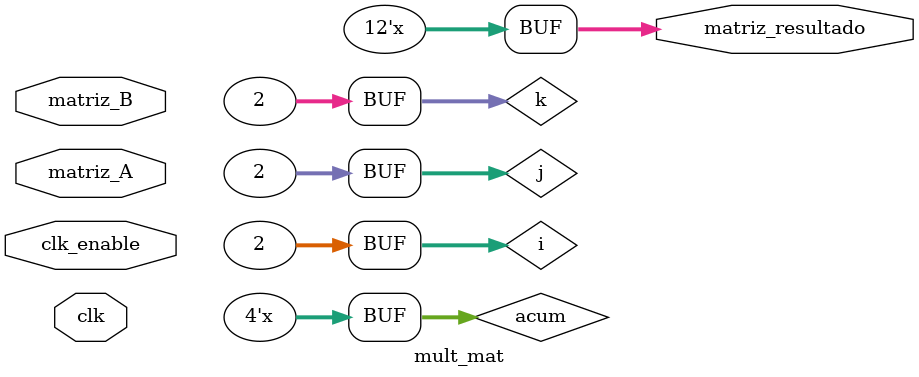
<source format=v>
`timescale 1ns / 1ps
module mult_mat
#(	parameter Bit=3,
	parameter N=2,
	parameter M=2,
	parameter P=2
	
)
(
    input clk_enable,
    input clk,
    input [Bit*N*M-1:0] matriz_A,
    input [Bit*M*P-1:0] matriz_B,
    output reg [Bit*N*P-1:0] matriz_resultado
 );
	 
	reg [Bit:0]acum;
	integer i,j,k;
	reg [Bit*N*M-1:0] mat_A = 0;
	reg [Bit*M*P-1:0] mat_B = 0;
	
	always @(posedge clk)
	begin
		if(clk_enable)
		begin
			mat_A <= matriz_A ;
			mat_B <= matriz_B ;
		end
	end
	
	
	always @(*)
	begin	
		for(i=0;i<N;i=i+1)
		begin
			for (j=0;j<P;j=j+1)
			begin
				acum <= 0;
				for (k=0;k<M;k=k+1)
				begin
						acum <= acum + mat_A[(i*M*Bit)+((k+1)*Bit-1)-:Bit] * mat_B[(j*M*Bit)+((k+1)*Bit-1)-:Bit];	
				end
				matriz_resultado [(i*M*Bit)+((j+1)*Bit-1)-:Bit] <= acum;
			end //for j
		end//for i
	end //always
endmodule


</source>
